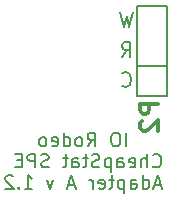
<source format=gbo>
G04 (created by PCBNEW-RS274X (2012-apr-16-27)-stable) date Wed 01 Oct 2014 12:35:54 PM PDT*
G01*
G70*
G90*
%MOIN*%
G04 Gerber Fmt 3.4, Leading zero omitted, Abs format*
%FSLAX34Y34*%
G04 APERTURE LIST*
%ADD10C,0.006000*%
%ADD11C,0.008000*%
%ADD12C,0.007500*%
%ADD13C,0.012000*%
G04 APERTURE END LIST*
G54D10*
G54D11*
X28186Y-23702D02*
X28305Y-24202D01*
X28401Y-23845D01*
X28496Y-24202D01*
X28615Y-23702D01*
X28245Y-25202D02*
X28412Y-24964D01*
X28531Y-25202D02*
X28531Y-24702D01*
X28340Y-24702D01*
X28293Y-24726D01*
X28269Y-24750D01*
X28245Y-24798D01*
X28245Y-24869D01*
X28269Y-24917D01*
X28293Y-24940D01*
X28340Y-24964D01*
X28531Y-24964D01*
X28245Y-26155D02*
X28269Y-26179D01*
X28340Y-26202D01*
X28388Y-26202D01*
X28460Y-26179D01*
X28507Y-26131D01*
X28531Y-26083D01*
X28555Y-25988D01*
X28555Y-25917D01*
X28531Y-25821D01*
X28507Y-25774D01*
X28460Y-25726D01*
X28388Y-25702D01*
X28340Y-25702D01*
X28269Y-25726D01*
X28245Y-25750D01*
G54D12*
X28385Y-28182D02*
X28385Y-27732D01*
X28085Y-27732D02*
X27999Y-27732D01*
X27957Y-27754D01*
X27914Y-27796D01*
X27892Y-27882D01*
X27892Y-28032D01*
X27914Y-28118D01*
X27957Y-28161D01*
X27999Y-28182D01*
X28085Y-28182D01*
X28128Y-28161D01*
X28171Y-28118D01*
X28192Y-28032D01*
X28192Y-27882D01*
X28171Y-27796D01*
X28128Y-27754D01*
X28085Y-27732D01*
X27100Y-28182D02*
X27250Y-27968D01*
X27357Y-28182D02*
X27357Y-27732D01*
X27185Y-27732D01*
X27143Y-27754D01*
X27121Y-27775D01*
X27100Y-27818D01*
X27100Y-27882D01*
X27121Y-27925D01*
X27143Y-27946D01*
X27185Y-27968D01*
X27357Y-27968D01*
X26843Y-28182D02*
X26885Y-28161D01*
X26907Y-28139D01*
X26928Y-28096D01*
X26928Y-27968D01*
X26907Y-27925D01*
X26885Y-27904D01*
X26843Y-27882D01*
X26778Y-27882D01*
X26735Y-27904D01*
X26714Y-27925D01*
X26693Y-27968D01*
X26693Y-28096D01*
X26714Y-28139D01*
X26735Y-28161D01*
X26778Y-28182D01*
X26843Y-28182D01*
X26307Y-28182D02*
X26307Y-27732D01*
X26307Y-28161D02*
X26350Y-28182D01*
X26436Y-28182D01*
X26478Y-28161D01*
X26500Y-28139D01*
X26521Y-28096D01*
X26521Y-27968D01*
X26500Y-27925D01*
X26478Y-27904D01*
X26436Y-27882D01*
X26350Y-27882D01*
X26307Y-27904D01*
X25921Y-28161D02*
X25964Y-28182D01*
X26050Y-28182D01*
X26093Y-28161D01*
X26114Y-28118D01*
X26114Y-27946D01*
X26093Y-27904D01*
X26050Y-27882D01*
X25964Y-27882D01*
X25921Y-27904D01*
X25900Y-27946D01*
X25900Y-27989D01*
X26114Y-28032D01*
X25643Y-28182D02*
X25685Y-28161D01*
X25707Y-28139D01*
X25728Y-28096D01*
X25728Y-27968D01*
X25707Y-27925D01*
X25685Y-27904D01*
X25643Y-27882D01*
X25578Y-27882D01*
X25535Y-27904D01*
X25514Y-27925D01*
X25493Y-27968D01*
X25493Y-28096D01*
X25514Y-28139D01*
X25535Y-28161D01*
X25578Y-28182D01*
X25643Y-28182D01*
X29275Y-28844D02*
X29296Y-28866D01*
X29360Y-28887D01*
X29403Y-28887D01*
X29468Y-28866D01*
X29510Y-28823D01*
X29532Y-28780D01*
X29553Y-28694D01*
X29553Y-28630D01*
X29532Y-28544D01*
X29510Y-28501D01*
X29468Y-28459D01*
X29403Y-28437D01*
X29360Y-28437D01*
X29296Y-28459D01*
X29275Y-28480D01*
X29082Y-28887D02*
X29082Y-28437D01*
X28889Y-28887D02*
X28889Y-28651D01*
X28910Y-28609D01*
X28953Y-28587D01*
X29018Y-28587D01*
X29060Y-28609D01*
X29082Y-28630D01*
X28503Y-28866D02*
X28546Y-28887D01*
X28632Y-28887D01*
X28675Y-28866D01*
X28696Y-28823D01*
X28696Y-28651D01*
X28675Y-28609D01*
X28632Y-28587D01*
X28546Y-28587D01*
X28503Y-28609D01*
X28482Y-28651D01*
X28482Y-28694D01*
X28696Y-28737D01*
X28096Y-28887D02*
X28096Y-28651D01*
X28117Y-28609D01*
X28160Y-28587D01*
X28246Y-28587D01*
X28289Y-28609D01*
X28096Y-28866D02*
X28139Y-28887D01*
X28246Y-28887D01*
X28289Y-28866D01*
X28310Y-28823D01*
X28310Y-28780D01*
X28289Y-28737D01*
X28246Y-28716D01*
X28139Y-28716D01*
X28096Y-28694D01*
X27882Y-28587D02*
X27882Y-29037D01*
X27882Y-28609D02*
X27839Y-28587D01*
X27753Y-28587D01*
X27710Y-28609D01*
X27689Y-28630D01*
X27668Y-28673D01*
X27668Y-28801D01*
X27689Y-28844D01*
X27710Y-28866D01*
X27753Y-28887D01*
X27839Y-28887D01*
X27882Y-28866D01*
X27496Y-28866D02*
X27432Y-28887D01*
X27325Y-28887D01*
X27282Y-28866D01*
X27261Y-28844D01*
X27239Y-28801D01*
X27239Y-28759D01*
X27261Y-28716D01*
X27282Y-28694D01*
X27325Y-28673D01*
X27411Y-28651D01*
X27453Y-28630D01*
X27475Y-28609D01*
X27496Y-28566D01*
X27496Y-28523D01*
X27475Y-28480D01*
X27453Y-28459D01*
X27411Y-28437D01*
X27303Y-28437D01*
X27239Y-28459D01*
X27110Y-28587D02*
X26939Y-28587D01*
X27046Y-28437D02*
X27046Y-28823D01*
X27024Y-28866D01*
X26982Y-28887D01*
X26939Y-28887D01*
X26596Y-28887D02*
X26596Y-28651D01*
X26617Y-28609D01*
X26660Y-28587D01*
X26746Y-28587D01*
X26789Y-28609D01*
X26596Y-28866D02*
X26639Y-28887D01*
X26746Y-28887D01*
X26789Y-28866D01*
X26810Y-28823D01*
X26810Y-28780D01*
X26789Y-28737D01*
X26746Y-28716D01*
X26639Y-28716D01*
X26596Y-28694D01*
X26446Y-28587D02*
X26275Y-28587D01*
X26382Y-28437D02*
X26382Y-28823D01*
X26360Y-28866D01*
X26318Y-28887D01*
X26275Y-28887D01*
X25803Y-28866D02*
X25739Y-28887D01*
X25632Y-28887D01*
X25589Y-28866D01*
X25568Y-28844D01*
X25546Y-28801D01*
X25546Y-28759D01*
X25568Y-28716D01*
X25589Y-28694D01*
X25632Y-28673D01*
X25718Y-28651D01*
X25760Y-28630D01*
X25782Y-28609D01*
X25803Y-28566D01*
X25803Y-28523D01*
X25782Y-28480D01*
X25760Y-28459D01*
X25718Y-28437D01*
X25610Y-28437D01*
X25546Y-28459D01*
X25353Y-28887D02*
X25353Y-28437D01*
X25181Y-28437D01*
X25139Y-28459D01*
X25117Y-28480D01*
X25096Y-28523D01*
X25096Y-28587D01*
X25117Y-28630D01*
X25139Y-28651D01*
X25181Y-28673D01*
X25353Y-28673D01*
X24903Y-28651D02*
X24753Y-28651D01*
X24689Y-28887D02*
X24903Y-28887D01*
X24903Y-28437D01*
X24689Y-28437D01*
X29543Y-29464D02*
X29329Y-29464D01*
X29586Y-29592D02*
X29436Y-29142D01*
X29286Y-29592D01*
X28943Y-29592D02*
X28943Y-29142D01*
X28943Y-29571D02*
X28986Y-29592D01*
X29072Y-29592D01*
X29114Y-29571D01*
X29136Y-29549D01*
X29157Y-29506D01*
X29157Y-29378D01*
X29136Y-29335D01*
X29114Y-29314D01*
X29072Y-29292D01*
X28986Y-29292D01*
X28943Y-29314D01*
X28536Y-29592D02*
X28536Y-29356D01*
X28557Y-29314D01*
X28600Y-29292D01*
X28686Y-29292D01*
X28729Y-29314D01*
X28536Y-29571D02*
X28579Y-29592D01*
X28686Y-29592D01*
X28729Y-29571D01*
X28750Y-29528D01*
X28750Y-29485D01*
X28729Y-29442D01*
X28686Y-29421D01*
X28579Y-29421D01*
X28536Y-29399D01*
X28322Y-29292D02*
X28322Y-29742D01*
X28322Y-29314D02*
X28279Y-29292D01*
X28193Y-29292D01*
X28150Y-29314D01*
X28129Y-29335D01*
X28108Y-29378D01*
X28108Y-29506D01*
X28129Y-29549D01*
X28150Y-29571D01*
X28193Y-29592D01*
X28279Y-29592D01*
X28322Y-29571D01*
X27979Y-29292D02*
X27808Y-29292D01*
X27915Y-29142D02*
X27915Y-29528D01*
X27893Y-29571D01*
X27851Y-29592D01*
X27808Y-29592D01*
X27486Y-29571D02*
X27529Y-29592D01*
X27615Y-29592D01*
X27658Y-29571D01*
X27679Y-29528D01*
X27679Y-29356D01*
X27658Y-29314D01*
X27615Y-29292D01*
X27529Y-29292D01*
X27486Y-29314D01*
X27465Y-29356D01*
X27465Y-29399D01*
X27679Y-29442D01*
X27272Y-29592D02*
X27272Y-29292D01*
X27272Y-29378D02*
X27250Y-29335D01*
X27229Y-29314D01*
X27186Y-29292D01*
X27143Y-29292D01*
X26671Y-29464D02*
X26457Y-29464D01*
X26714Y-29592D02*
X26564Y-29142D01*
X26414Y-29592D01*
X25964Y-29292D02*
X25857Y-29592D01*
X25749Y-29292D01*
X24999Y-29592D02*
X25256Y-29592D01*
X25128Y-29592D02*
X25128Y-29142D01*
X25171Y-29206D01*
X25213Y-29249D01*
X25256Y-29271D01*
X24806Y-29549D02*
X24784Y-29571D01*
X24806Y-29592D01*
X24827Y-29571D01*
X24806Y-29549D01*
X24806Y-29592D01*
X24613Y-29185D02*
X24592Y-29164D01*
X24549Y-29142D01*
X24442Y-29142D01*
X24399Y-29164D01*
X24378Y-29185D01*
X24356Y-29228D01*
X24356Y-29271D01*
X24378Y-29335D01*
X24635Y-29592D01*
X24356Y-29592D01*
G54D10*
X28750Y-26500D02*
X29750Y-26500D01*
X29750Y-26500D02*
X29750Y-23500D01*
X29750Y-23500D02*
X28750Y-23500D01*
X28750Y-23500D02*
X28750Y-26500D01*
X29750Y-25500D02*
X28750Y-25500D01*
G54D13*
X29443Y-26758D02*
X28843Y-26758D01*
X28843Y-26986D01*
X28871Y-27044D01*
X28900Y-27072D01*
X28957Y-27101D01*
X29043Y-27101D01*
X29100Y-27072D01*
X29129Y-27044D01*
X29157Y-26986D01*
X29157Y-26758D01*
X28900Y-27329D02*
X28871Y-27358D01*
X28843Y-27415D01*
X28843Y-27558D01*
X28871Y-27615D01*
X28900Y-27644D01*
X28957Y-27672D01*
X29014Y-27672D01*
X29100Y-27644D01*
X29443Y-27301D01*
X29443Y-27672D01*
M02*

</source>
